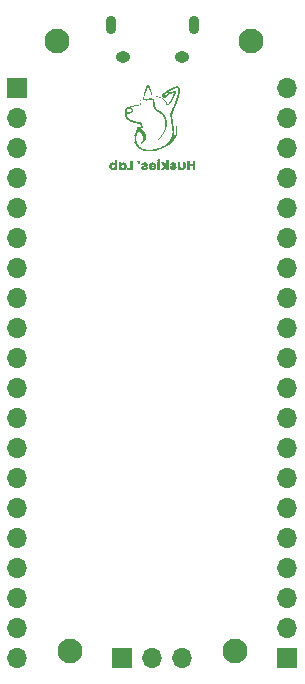
<source format=gbs>
%TF.GenerationSoftware,KiCad,Pcbnew,(6.0.8)*%
%TF.CreationDate,2023-06-24T18:13:04-06:00*%
%TF.ProjectId,RP2040_devBoard,52503230-3430-45f6-9465-76426f617264,rev?*%
%TF.SameCoordinates,Original*%
%TF.FileFunction,Soldermask,Bot*%
%TF.FilePolarity,Negative*%
%FSLAX46Y46*%
G04 Gerber Fmt 4.6, Leading zero omitted, Abs format (unit mm)*
G04 Created by KiCad (PCBNEW (6.0.8)) date 2023-06-24 18:13:04*
%MOMM*%
%LPD*%
G01*
G04 APERTURE LIST*
%ADD10O,0.890000X1.550000*%
%ADD11O,1.250000X0.950000*%
%ADD12C,2.100000*%
%ADD13R,1.700000X1.700000*%
%ADD14O,1.700000X1.700000*%
G04 APERTURE END LIST*
%TO.C,G\u002A\u002A\u002A*%
G36*
X68705607Y-47614875D02*
G01*
X68744325Y-47618576D01*
X68776747Y-47625660D01*
X68789153Y-47629866D01*
X68831406Y-47650288D01*
X68867646Y-47677971D01*
X68896887Y-47712207D01*
X68905405Y-47725189D01*
X68918401Y-47747624D01*
X68929699Y-47771362D01*
X68939562Y-47797474D01*
X68948254Y-47827034D01*
X68956038Y-47861115D01*
X68963179Y-47900789D01*
X68969939Y-47947129D01*
X68976582Y-48001208D01*
X68983373Y-48064098D01*
X68984620Y-48076138D01*
X68990955Y-48133760D01*
X68997090Y-48182958D01*
X69003238Y-48224956D01*
X69009612Y-48260979D01*
X69016424Y-48292252D01*
X69023888Y-48319999D01*
X69032215Y-48345446D01*
X69036769Y-48357947D01*
X69051433Y-48394330D01*
X69066908Y-48425512D01*
X69084378Y-48452785D01*
X69105029Y-48477446D01*
X69130046Y-48500789D01*
X69160614Y-48524110D01*
X69197920Y-48548703D01*
X69243148Y-48575862D01*
X69257568Y-48584281D01*
X69314391Y-48617866D01*
X69368727Y-48650625D01*
X69419542Y-48681906D01*
X69465801Y-48711062D01*
X69506471Y-48737442D01*
X69540517Y-48760396D01*
X69566906Y-48779275D01*
X69607683Y-48810982D01*
X69684123Y-48878132D01*
X69752201Y-48949402D01*
X69812684Y-49025716D01*
X69866340Y-49107996D01*
X69913935Y-49197168D01*
X69939747Y-49255111D01*
X69973769Y-49350872D01*
X69998943Y-49450094D01*
X70015346Y-49552341D01*
X70023054Y-49657181D01*
X70022145Y-49764177D01*
X70012695Y-49872897D01*
X69994781Y-49982906D01*
X69968479Y-50093770D01*
X69933868Y-50205054D01*
X69891022Y-50316324D01*
X69840020Y-50427147D01*
X69780938Y-50537087D01*
X69713853Y-50645710D01*
X69638842Y-50752582D01*
X69595228Y-50808906D01*
X69512791Y-50905761D01*
X69422536Y-51000896D01*
X69325772Y-51093028D01*
X69223811Y-51180870D01*
X69117963Y-51263138D01*
X69102462Y-51274542D01*
X69082550Y-51289157D01*
X69066578Y-51300839D01*
X69055887Y-51308607D01*
X69051817Y-51311482D01*
X69051935Y-51311334D01*
X69056523Y-51306615D01*
X69067201Y-51295819D01*
X69083218Y-51279697D01*
X69103828Y-51259001D01*
X69128282Y-51234483D01*
X69155832Y-51206893D01*
X69185729Y-51176983D01*
X69223617Y-51138775D01*
X69280863Y-51079473D01*
X69332263Y-51023917D01*
X69379042Y-50970656D01*
X69422423Y-50918238D01*
X69463630Y-50865210D01*
X69503888Y-50810121D01*
X69544420Y-50751519D01*
X69559523Y-50728835D01*
X69612871Y-50643500D01*
X69663074Y-50555086D01*
X69709214Y-50465442D01*
X69750373Y-50376419D01*
X69785634Y-50289866D01*
X69814081Y-50207634D01*
X69816942Y-50198357D01*
X69847478Y-50085756D01*
X69869844Y-49974886D01*
X69884083Y-49866188D01*
X69890238Y-49760105D01*
X69888351Y-49657080D01*
X69878464Y-49557555D01*
X69860620Y-49461972D01*
X69834862Y-49370775D01*
X69801231Y-49284405D01*
X69759771Y-49203305D01*
X69710523Y-49127918D01*
X69694637Y-49106892D01*
X69659047Y-49063856D01*
X69619795Y-49021788D01*
X69576183Y-48980130D01*
X69527511Y-48938323D01*
X69473081Y-48895811D01*
X69412193Y-48852034D01*
X69344147Y-48806435D01*
X69268245Y-48758456D01*
X69183788Y-48707539D01*
X69182574Y-48706822D01*
X69147215Y-48685820D01*
X69119017Y-48668736D01*
X69096602Y-48654598D01*
X69078592Y-48642431D01*
X69063608Y-48631263D01*
X69050271Y-48620120D01*
X69037204Y-48608030D01*
X69023028Y-48594017D01*
X68996279Y-48564938D01*
X68969510Y-48530082D01*
X68946095Y-48492239D01*
X68925755Y-48450553D01*
X68908211Y-48404169D01*
X68893184Y-48352232D01*
X68880394Y-48293888D01*
X68869564Y-48228279D01*
X68860413Y-48154552D01*
X68852663Y-48071852D01*
X68849738Y-48036339D01*
X68845159Y-47982830D01*
X68840972Y-47937766D01*
X68836996Y-47900246D01*
X68833052Y-47869372D01*
X68828961Y-47844243D01*
X68824544Y-47823959D01*
X68819621Y-47807621D01*
X68814014Y-47794330D01*
X68807543Y-47783184D01*
X68800029Y-47773284D01*
X68791292Y-47763732D01*
X68785886Y-47758398D01*
X68761867Y-47740008D01*
X68734439Y-47727715D01*
X68701748Y-47720873D01*
X68661938Y-47718839D01*
X68631914Y-47720236D01*
X68587088Y-47726589D01*
X68538088Y-47738272D01*
X68484244Y-47755506D01*
X68424890Y-47778513D01*
X68359356Y-47807511D01*
X68286976Y-47842724D01*
X68282086Y-47845191D01*
X68255869Y-47858354D01*
X68233171Y-47869640D01*
X68215318Y-47878398D01*
X68203634Y-47883978D01*
X68199445Y-47885729D01*
X68200370Y-47884008D01*
X68205615Y-47875300D01*
X68214714Y-47860545D01*
X68226773Y-47841186D01*
X68240901Y-47818669D01*
X68249483Y-47804879D01*
X68262230Y-47783740D01*
X68272169Y-47766404D01*
X68278450Y-47754377D01*
X68280221Y-47749162D01*
X68280004Y-47748898D01*
X68273524Y-47745513D01*
X68260397Y-47740525D01*
X68243169Y-47734913D01*
X68227660Y-47730572D01*
X68212407Y-47727575D01*
X68196018Y-47726141D01*
X68175585Y-47726029D01*
X68148201Y-47726996D01*
X68116577Y-47729373D01*
X68055263Y-47740171D01*
X67999600Y-47758830D01*
X67949816Y-47785261D01*
X67906138Y-47819378D01*
X67886897Y-47839938D01*
X67860901Y-47877895D01*
X67840964Y-47920599D01*
X67828191Y-47965493D01*
X67823687Y-48010021D01*
X67824238Y-48019805D01*
X67826829Y-48039993D01*
X67830915Y-48063318D01*
X67835798Y-48085935D01*
X67840778Y-48104004D01*
X67841464Y-48106124D01*
X67842299Y-48110451D01*
X67839009Y-48106182D01*
X67838180Y-48104727D01*
X67833658Y-48094457D01*
X67827497Y-48078347D01*
X67820781Y-48059191D01*
X67820519Y-48058409D01*
X67812712Y-48031319D01*
X67808720Y-48006213D01*
X67807605Y-47977247D01*
X67810392Y-47934264D01*
X67820090Y-47891825D01*
X67837408Y-47852109D01*
X67863038Y-47813558D01*
X67897674Y-47774614D01*
X67911237Y-47761195D01*
X67929714Y-47744402D01*
X67947103Y-47731277D01*
X67966687Y-47719446D01*
X67991745Y-47706535D01*
X67999611Y-47702700D01*
X68037957Y-47685692D01*
X68073162Y-47673638D01*
X68108435Y-47665789D01*
X68146986Y-47661395D01*
X68192026Y-47659703D01*
X68212524Y-47659656D01*
X68248799Y-47661048D01*
X68277799Y-47664777D01*
X68301188Y-47671233D01*
X68320627Y-47680807D01*
X68337780Y-47693888D01*
X68356991Y-47711244D01*
X68395696Y-47691837D01*
X68433956Y-47674121D01*
X68481474Y-47655068D01*
X68529701Y-47638407D01*
X68574225Y-47625772D01*
X68581687Y-47624048D01*
X68621288Y-47617612D01*
X68663595Y-47614554D01*
X68705607Y-47614875D01*
G37*
G36*
X68255766Y-50782964D02*
G01*
X68260801Y-50855726D01*
X68256178Y-50927604D01*
X68241927Y-50998167D01*
X68218075Y-51066984D01*
X68184653Y-51133622D01*
X68175109Y-51149620D01*
X68162342Y-51169724D01*
X68148936Y-51189013D01*
X68134248Y-51208124D01*
X68117636Y-51227695D01*
X68098458Y-51248365D01*
X68076070Y-51270770D01*
X68049829Y-51295549D01*
X68019094Y-51323341D01*
X67983222Y-51354782D01*
X67941570Y-51390511D01*
X67893495Y-51431166D01*
X67838355Y-51477384D01*
X67806714Y-51503865D01*
X67775252Y-51530275D01*
X67746347Y-51554617D01*
X67721007Y-51576038D01*
X67700242Y-51593685D01*
X67685059Y-51606705D01*
X67676469Y-51614245D01*
X67667383Y-51622336D01*
X67657932Y-51630237D01*
X67653419Y-51633293D01*
X67653486Y-51632955D01*
X67657072Y-51626850D01*
X67665354Y-51613863D01*
X67677666Y-51595006D01*
X67693345Y-51571292D01*
X67711726Y-51543733D01*
X67732143Y-51513342D01*
X67756769Y-51476812D01*
X67796164Y-51418360D01*
X67830603Y-51367213D01*
X67860448Y-51322799D01*
X67886063Y-51284541D01*
X67907810Y-51251867D01*
X67926055Y-51224200D01*
X67941159Y-51200967D01*
X67953486Y-51181594D01*
X67963400Y-51165505D01*
X67971264Y-51152127D01*
X67977441Y-51140885D01*
X67982295Y-51131203D01*
X67986189Y-51122509D01*
X67989486Y-51114228D01*
X67992550Y-51105784D01*
X67995745Y-51096603D01*
X68009000Y-51046395D01*
X68015279Y-50988379D01*
X68012777Y-50929523D01*
X68001443Y-50871873D01*
X68001300Y-50871362D01*
X67980073Y-50812326D01*
X67949487Y-50752277D01*
X67909958Y-50691696D01*
X67885878Y-50661316D01*
X68065891Y-50661316D01*
X68068364Y-50663789D01*
X68070838Y-50661316D01*
X68068364Y-50658843D01*
X68065891Y-50661316D01*
X67885878Y-50661316D01*
X67861902Y-50631067D01*
X67805736Y-50570873D01*
X67741876Y-50511595D01*
X67670737Y-50453717D01*
X67592736Y-50397722D01*
X67562289Y-50377162D01*
X67541700Y-50435149D01*
X67529941Y-50469271D01*
X67500960Y-50562632D01*
X67475176Y-50659327D01*
X67453535Y-50755631D01*
X67436981Y-50847818D01*
X67436325Y-50852198D01*
X67431650Y-50892224D01*
X67428195Y-50938292D01*
X67425978Y-50988141D01*
X67425016Y-51039506D01*
X67425327Y-51090124D01*
X67426929Y-51137731D01*
X67429841Y-51180064D01*
X67434079Y-51214860D01*
X67445498Y-51275854D01*
X67464104Y-51348304D01*
X67487679Y-51414387D01*
X67517024Y-51475725D01*
X67552939Y-51533940D01*
X67596224Y-51590652D01*
X67647681Y-51647482D01*
X67655320Y-51655295D01*
X67722647Y-51719715D01*
X67789825Y-51775571D01*
X67857977Y-51823379D01*
X67928229Y-51863655D01*
X68001703Y-51896915D01*
X68079525Y-51923677D01*
X68162817Y-51944454D01*
X68252705Y-51959765D01*
X68350312Y-51970124D01*
X68365951Y-51971208D01*
X68410490Y-51973122D01*
X68461663Y-51973993D01*
X68517195Y-51973873D01*
X68574813Y-51972814D01*
X68632242Y-51970869D01*
X68687208Y-51968091D01*
X68737436Y-51964530D01*
X68780653Y-51960240D01*
X68869317Y-51947945D01*
X69003183Y-51922786D01*
X69134995Y-51890165D01*
X69264153Y-51850414D01*
X69390056Y-51803865D01*
X69512103Y-51750849D01*
X69629695Y-51691697D01*
X69742231Y-51626743D01*
X69849110Y-51556315D01*
X69949732Y-51480748D01*
X70043496Y-51400371D01*
X70129802Y-51315517D01*
X70208050Y-51226517D01*
X70277638Y-51133702D01*
X70307835Y-51087574D01*
X70347260Y-51019758D01*
X70385574Y-50944559D01*
X70396601Y-50921006D01*
X70431900Y-50835213D01*
X70458589Y-50750702D01*
X70477110Y-50665558D01*
X70487904Y-50577868D01*
X70491413Y-50485717D01*
X70491398Y-50477053D01*
X70491141Y-50453590D01*
X70490478Y-50430835D01*
X70489291Y-50407741D01*
X70487466Y-50383260D01*
X70484887Y-50356344D01*
X70481437Y-50325947D01*
X70477000Y-50291019D01*
X70471461Y-50250513D01*
X70464704Y-50203383D01*
X70456613Y-50148579D01*
X70447071Y-50085055D01*
X70442062Y-50051723D01*
X70435175Y-50005516D01*
X70427504Y-49953733D01*
X70419383Y-49898648D01*
X70411150Y-49842537D01*
X70403137Y-49787673D01*
X70395681Y-49736331D01*
X70395019Y-49731752D01*
X70386075Y-49669987D01*
X70377927Y-49613794D01*
X70370326Y-49561466D01*
X70363022Y-49511298D01*
X70355766Y-49461583D01*
X70348309Y-49410614D01*
X70340400Y-49356685D01*
X70331792Y-49298088D01*
X70322234Y-49233119D01*
X70311478Y-49160070D01*
X70306882Y-49128811D01*
X70301109Y-49089368D01*
X70295833Y-49053131D01*
X70291244Y-49021416D01*
X70287533Y-48995538D01*
X70284891Y-48976815D01*
X70283506Y-48966561D01*
X70282904Y-48959669D01*
X70283186Y-48951865D01*
X70284922Y-48942756D01*
X70288571Y-48931067D01*
X70294590Y-48915523D01*
X70303437Y-48894848D01*
X70315569Y-48867768D01*
X70331445Y-48833007D01*
X70348013Y-48796776D01*
X70412706Y-48653148D01*
X70474695Y-48512051D01*
X70533822Y-48373916D01*
X70589929Y-48239176D01*
X70642857Y-48108265D01*
X70692449Y-47981613D01*
X70738547Y-47859654D01*
X70780993Y-47742821D01*
X70819629Y-47631545D01*
X70854297Y-47526259D01*
X70884839Y-47427396D01*
X70911097Y-47335389D01*
X70932913Y-47250669D01*
X70950130Y-47173669D01*
X70962588Y-47104822D01*
X70962656Y-47104384D01*
X70966494Y-47072850D01*
X70969243Y-47036555D01*
X70970901Y-46997586D01*
X70971467Y-46958026D01*
X70970938Y-46919960D01*
X70969314Y-46885472D01*
X70966594Y-46856647D01*
X70962775Y-46835569D01*
X70955269Y-46811530D01*
X70940513Y-46780900D01*
X70921820Y-46759093D01*
X70898746Y-46745895D01*
X70870848Y-46741088D01*
X70837682Y-46744457D01*
X70798803Y-46755785D01*
X70792882Y-46757938D01*
X70771106Y-46765846D01*
X70743946Y-46775699D01*
X70714293Y-46786450D01*
X70685034Y-46797050D01*
X70671977Y-46801816D01*
X70549284Y-46850448D01*
X70431040Y-46904609D01*
X70316308Y-46964889D01*
X70204151Y-47031879D01*
X70093631Y-47106169D01*
X69983811Y-47188352D01*
X69873754Y-47279018D01*
X69762522Y-47378758D01*
X69725424Y-47413322D01*
X69737638Y-47422108D01*
X69746268Y-47428599D01*
X69760417Y-47439672D01*
X69775849Y-47452069D01*
X69801846Y-47473244D01*
X69819792Y-47444846D01*
X69843395Y-47411944D01*
X69867478Y-47387266D01*
X69891165Y-47371914D01*
X69901631Y-47365497D01*
X69918166Y-47351012D01*
X69935336Y-47331820D01*
X69942191Y-47323491D01*
X69983274Y-47280971D01*
X70032667Y-47240948D01*
X70090736Y-47203178D01*
X70157848Y-47167418D01*
X70234368Y-47133426D01*
X70343234Y-47091551D01*
X70458161Y-47053088D01*
X70569103Y-47022061D01*
X70675141Y-46998749D01*
X70698126Y-46994452D01*
X70741544Y-46986421D01*
X70776026Y-46980186D01*
X70802100Y-46975655D01*
X70820291Y-46972741D01*
X70831126Y-46971351D01*
X70835132Y-46971398D01*
X70835225Y-46972248D01*
X70833108Y-46980441D01*
X70827785Y-46996311D01*
X70819683Y-47018773D01*
X70809229Y-47046741D01*
X70796849Y-47079128D01*
X70782971Y-47114849D01*
X70768021Y-47152816D01*
X70752426Y-47191944D01*
X70736612Y-47231147D01*
X70721006Y-47269339D01*
X70706036Y-47305433D01*
X70692127Y-47338343D01*
X70679707Y-47366983D01*
X70655132Y-47421863D01*
X70598329Y-47542311D01*
X70541865Y-47653005D01*
X70485670Y-47754036D01*
X70429678Y-47845496D01*
X70373821Y-47927475D01*
X70318030Y-48000063D01*
X70262238Y-48063352D01*
X70206377Y-48117432D01*
X70150378Y-48162394D01*
X70094175Y-48198329D01*
X70037698Y-48225328D01*
X70030814Y-48227984D01*
X70013758Y-48233764D01*
X70001109Y-48236885D01*
X69995206Y-48236722D01*
X69994505Y-48235372D01*
X69992003Y-48225942D01*
X69989067Y-48210156D01*
X69986197Y-48190566D01*
X69984254Y-48176984D01*
X69968567Y-48107257D01*
X69943570Y-48037514D01*
X69909708Y-47968572D01*
X69867425Y-47901247D01*
X69817167Y-47836354D01*
X69759380Y-47774712D01*
X69724662Y-47742350D01*
X69659796Y-47689106D01*
X69591187Y-47641977D01*
X69518061Y-47600627D01*
X69439647Y-47564719D01*
X69355172Y-47533916D01*
X69263863Y-47507882D01*
X69164948Y-47486279D01*
X69057654Y-47468772D01*
X69023443Y-47464270D01*
X68978650Y-47458868D01*
X68927276Y-47453056D01*
X68871027Y-47447001D01*
X68811606Y-47440874D01*
X68750715Y-47434841D01*
X68690060Y-47429073D01*
X68631344Y-47423737D01*
X68576270Y-47419001D01*
X68526543Y-47415036D01*
X68483866Y-47412008D01*
X68482569Y-47411916D01*
X68481173Y-47411513D01*
X68488577Y-47411274D01*
X68503857Y-47411198D01*
X68526092Y-47411285D01*
X68554361Y-47411537D01*
X68587741Y-47411954D01*
X68621217Y-47412510D01*
X68656451Y-47413286D01*
X68688297Y-47414181D01*
X68715129Y-47415143D01*
X68735321Y-47416120D01*
X68747246Y-47417060D01*
X68773197Y-47420295D01*
X68734080Y-47339228D01*
X68732657Y-47336271D01*
X68718006Y-47305195D01*
X68701027Y-47268263D01*
X68683050Y-47228423D01*
X68665408Y-47188624D01*
X68649431Y-47151813D01*
X68636392Y-47121445D01*
X68604929Y-47049022D01*
X68576367Y-46984670D01*
X68550294Y-46927528D01*
X68526300Y-46876734D01*
X68503972Y-46831429D01*
X68482900Y-46790752D01*
X68462671Y-46753843D01*
X68442875Y-46719841D01*
X68410175Y-46665384D01*
X68397113Y-46694665D01*
X68392357Y-46705596D01*
X68385509Y-46721881D01*
X68376684Y-46743311D01*
X68365678Y-46770395D01*
X68352288Y-46803641D01*
X68336309Y-46843558D01*
X68317537Y-46890652D01*
X68295769Y-46945434D01*
X68270800Y-47008410D01*
X68242427Y-47080089D01*
X68232299Y-47105611D01*
X68214557Y-47149994D01*
X68196587Y-47194582D01*
X68179154Y-47237490D01*
X68163027Y-47276835D01*
X68148970Y-47310735D01*
X68137752Y-47337305D01*
X68126483Y-47363165D01*
X68113293Y-47392697D01*
X68098880Y-47424395D01*
X68083834Y-47457019D01*
X68068742Y-47489324D01*
X68054192Y-47520068D01*
X68040773Y-47548009D01*
X68029072Y-47571904D01*
X68019678Y-47590510D01*
X68013179Y-47602585D01*
X68010162Y-47606886D01*
X68009470Y-47603289D01*
X68010482Y-47591042D01*
X68013215Y-47571144D01*
X68017461Y-47544669D01*
X68023013Y-47512689D01*
X68029665Y-47476279D01*
X68037208Y-47436512D01*
X68045435Y-47394460D01*
X68054140Y-47351197D01*
X68063115Y-47307797D01*
X68072152Y-47265332D01*
X68081044Y-47224877D01*
X68089585Y-47187504D01*
X68097566Y-47154286D01*
X68112773Y-47095261D01*
X68129613Y-47034018D01*
X68147682Y-46971789D01*
X68166620Y-46909634D01*
X68186067Y-46848611D01*
X68205660Y-46789780D01*
X68225041Y-46734198D01*
X68243847Y-46682925D01*
X68261719Y-46637020D01*
X68278295Y-46597542D01*
X68293215Y-46565548D01*
X68306118Y-46542099D01*
X68317562Y-46526100D01*
X68341126Y-46503819D01*
X68367701Y-46490359D01*
X68396452Y-46486073D01*
X68426540Y-46491316D01*
X68428915Y-46492138D01*
X68457720Y-46507369D01*
X68486588Y-46532140D01*
X68515380Y-46566128D01*
X68543955Y-46609009D01*
X68572173Y-46660461D01*
X68599894Y-46720160D01*
X68626978Y-46787783D01*
X68653286Y-46863005D01*
X68678676Y-46945505D01*
X68703009Y-47034957D01*
X68726145Y-47131040D01*
X68747944Y-47233429D01*
X68754440Y-47266584D01*
X68760723Y-47299888D01*
X68766306Y-47330682D01*
X68770755Y-47356573D01*
X68773637Y-47375169D01*
X68779547Y-47417981D01*
X68846877Y-47420797D01*
X68886458Y-47422528D01*
X68962741Y-47426419D01*
X69030868Y-47430798D01*
X69092009Y-47435835D01*
X69147339Y-47441699D01*
X69198031Y-47448557D01*
X69245256Y-47456579D01*
X69290190Y-47465934D01*
X69334004Y-47476791D01*
X69377872Y-47489317D01*
X69422966Y-47503683D01*
X69436954Y-47508426D01*
X69532851Y-47546012D01*
X69622726Y-47590309D01*
X69706141Y-47640996D01*
X69782654Y-47697750D01*
X69851826Y-47760250D01*
X69913217Y-47828174D01*
X69966386Y-47901199D01*
X69980394Y-47923439D01*
X70009427Y-47974080D01*
X70033726Y-48023133D01*
X70051996Y-48068070D01*
X70065487Y-48106333D01*
X70085894Y-48090493D01*
X70111770Y-48068680D01*
X70152349Y-48028199D01*
X70194375Y-47979240D01*
X70237396Y-47922504D01*
X70280964Y-47858695D01*
X70324627Y-47788514D01*
X70367936Y-47712663D01*
X70410440Y-47631846D01*
X70451689Y-47546763D01*
X70491233Y-47458119D01*
X70495390Y-47448294D01*
X70505457Y-47423960D01*
X70517037Y-47395408D01*
X70529610Y-47363978D01*
X70542655Y-47331009D01*
X70555650Y-47297839D01*
X70568076Y-47265810D01*
X70579410Y-47236260D01*
X70589132Y-47210529D01*
X70596721Y-47189956D01*
X70601657Y-47175881D01*
X70603418Y-47169643D01*
X70600352Y-47169583D01*
X70589343Y-47171735D01*
X70571926Y-47175905D01*
X70549784Y-47181641D01*
X70524598Y-47188496D01*
X70498052Y-47196018D01*
X70471827Y-47203760D01*
X70447605Y-47211271D01*
X70433398Y-47215932D01*
X70399111Y-47227885D01*
X70361424Y-47241795D01*
X70322468Y-47256814D01*
X70284374Y-47272095D01*
X70249272Y-47286792D01*
X70219295Y-47300057D01*
X70196573Y-47311043D01*
X70180288Y-47319747D01*
X70136656Y-47346197D01*
X70099162Y-47374696D01*
X70065025Y-47407535D01*
X70031462Y-47447003D01*
X70015950Y-47465987D01*
X70002292Y-47480354D01*
X69990261Y-47489696D01*
X69977940Y-47495759D01*
X69975249Y-47496824D01*
X69961804Y-47504105D01*
X69950639Y-47514998D01*
X69938770Y-47532286D01*
X69931313Y-47543752D01*
X69904206Y-47576351D01*
X69872703Y-47600947D01*
X69835366Y-47618741D01*
X69811667Y-47626362D01*
X69787936Y-47630359D01*
X69767694Y-47628106D01*
X69748365Y-47619238D01*
X69727371Y-47603387D01*
X69724927Y-47601301D01*
X69709640Y-47588497D01*
X69689465Y-47571864D01*
X69666740Y-47553324D01*
X69643807Y-47534797D01*
X69641415Y-47532869D01*
X69616930Y-47512512D01*
X69591836Y-47490700D01*
X69568950Y-47469926D01*
X69551091Y-47452687D01*
X69515258Y-47416274D01*
X69593135Y-47339322D01*
X69635014Y-47298524D01*
X69749884Y-47192707D01*
X69865149Y-47095598D01*
X69981870Y-47006371D01*
X70101110Y-46924200D01*
X70223931Y-46848256D01*
X70303166Y-46803710D01*
X70381238Y-46763703D01*
X70460798Y-46727030D01*
X70544643Y-46692402D01*
X70635570Y-46658530D01*
X70644716Y-46655277D01*
X70687849Y-46639935D01*
X70723000Y-46627502D01*
X70751308Y-46617669D01*
X70773912Y-46610130D01*
X70791949Y-46604578D01*
X70806560Y-46600704D01*
X70818882Y-46598201D01*
X70830053Y-46596763D01*
X70841213Y-46596081D01*
X70853500Y-46595847D01*
X70868053Y-46595756D01*
X70896973Y-46596235D01*
X70927031Y-46599329D01*
X70952502Y-46605938D01*
X70976222Y-46616855D01*
X71001027Y-46632869D01*
X71023239Y-46651619D01*
X71051778Y-46685611D01*
X71076272Y-46727358D01*
X71096189Y-46775904D01*
X71110995Y-46830294D01*
X71115279Y-46857511D01*
X71118414Y-46893942D01*
X71120015Y-46935305D01*
X71120082Y-46979090D01*
X71118614Y-47022787D01*
X71115609Y-47063886D01*
X71111068Y-47099875D01*
X71102965Y-47146318D01*
X71092676Y-47199823D01*
X71081202Y-47255291D01*
X71069335Y-47308897D01*
X71057866Y-47356816D01*
X71041721Y-47417604D01*
X71018664Y-47496628D01*
X70991461Y-47583129D01*
X70960373Y-47676423D01*
X70925662Y-47775826D01*
X70887589Y-47880655D01*
X70846417Y-47990225D01*
X70802406Y-48103851D01*
X70755818Y-48220852D01*
X70706916Y-48340541D01*
X70655959Y-48462236D01*
X70603211Y-48585253D01*
X70548933Y-48708907D01*
X70493387Y-48832515D01*
X70432026Y-48967453D01*
X70445795Y-49062525D01*
X70446212Y-49065404D01*
X70450240Y-49093138D01*
X70455418Y-49128696D01*
X70461491Y-49170336D01*
X70468206Y-49216316D01*
X70475307Y-49264894D01*
X70482541Y-49314327D01*
X70489652Y-49362874D01*
X70494682Y-49397218D01*
X70503471Y-49457351D01*
X70512968Y-49522444D01*
X70522744Y-49589548D01*
X70532368Y-49655714D01*
X70541412Y-49717990D01*
X70549446Y-49773429D01*
X70550557Y-49781101D01*
X70557602Y-49829387D01*
X70564757Y-49877890D01*
X70571772Y-49924943D01*
X70578395Y-49968875D01*
X70584375Y-50008020D01*
X70589461Y-50040707D01*
X70593400Y-50065270D01*
X70601951Y-50118062D01*
X70610990Y-50176791D01*
X70618313Y-50228776D01*
X70624082Y-50275651D01*
X70628458Y-50319053D01*
X70631600Y-50360619D01*
X70633671Y-50401986D01*
X70634831Y-50444788D01*
X70635240Y-50490664D01*
X70635252Y-50514358D01*
X70634981Y-50555688D01*
X70634120Y-50590255D01*
X70632431Y-50620147D01*
X70629678Y-50647455D01*
X70625623Y-50674266D01*
X70620031Y-50702669D01*
X70612665Y-50734755D01*
X70603287Y-50772611D01*
X70581923Y-50848305D01*
X70547272Y-50945176D01*
X70504318Y-51040898D01*
X70503983Y-51041579D01*
X70495108Y-51060176D01*
X70489169Y-51073817D01*
X70486684Y-51081214D01*
X70488168Y-51081081D01*
X70506067Y-51059585D01*
X70549757Y-51004633D01*
X70588009Y-50952303D01*
X70622583Y-50900114D01*
X70655240Y-50845584D01*
X70669322Y-50820247D01*
X70717578Y-50720655D01*
X70756955Y-50616973D01*
X70787401Y-50509519D01*
X70808864Y-50398609D01*
X70821294Y-50284561D01*
X70824638Y-50167694D01*
X70818846Y-50048324D01*
X70803866Y-49926769D01*
X70801745Y-49913471D01*
X70797391Y-49885970D01*
X70793546Y-49861431D01*
X70790564Y-49842123D01*
X70788801Y-49830313D01*
X70785992Y-49810528D01*
X70793096Y-49827840D01*
X70804186Y-49855828D01*
X70827220Y-49920170D01*
X70848497Y-49987865D01*
X70867179Y-50055958D01*
X70882426Y-50121492D01*
X70893401Y-50181511D01*
X70897169Y-50212854D01*
X70900281Y-50254988D01*
X70902192Y-50302007D01*
X70902900Y-50351459D01*
X70902403Y-50400894D01*
X70900700Y-50447862D01*
X70897789Y-50489913D01*
X70893667Y-50524596D01*
X70886607Y-50564329D01*
X70875485Y-50615885D01*
X70862362Y-50668053D01*
X70848127Y-50717337D01*
X70833669Y-50760245D01*
X70811691Y-50815672D01*
X70762820Y-50918728D01*
X70704605Y-51019109D01*
X70637215Y-51116630D01*
X70560817Y-51211104D01*
X70475581Y-51302342D01*
X70381674Y-51390160D01*
X70279265Y-51474371D01*
X70168520Y-51554786D01*
X70049609Y-51631220D01*
X70043714Y-51634768D01*
X70020380Y-51648469D01*
X69993539Y-51663718D01*
X69962520Y-51680869D01*
X69926656Y-51700280D01*
X69885276Y-51722308D01*
X69837712Y-51747310D01*
X69783296Y-51775642D01*
X69721357Y-51807662D01*
X69651227Y-51843726D01*
X69648736Y-51845003D01*
X69521874Y-51905231D01*
X69389578Y-51959117D01*
X69253418Y-52006209D01*
X69114962Y-52046053D01*
X68975779Y-52078197D01*
X68837439Y-52102189D01*
X68701509Y-52117576D01*
X68700998Y-52117618D01*
X68671743Y-52119392D01*
X68634953Y-52120731D01*
X68592806Y-52121632D01*
X68547480Y-52122095D01*
X68501150Y-52122117D01*
X68455994Y-52121699D01*
X68414190Y-52120838D01*
X68377915Y-52119533D01*
X68349345Y-52117783D01*
X68326215Y-52115726D01*
X68277371Y-52110492D01*
X68227840Y-52104119D01*
X68179735Y-52096934D01*
X68135171Y-52089266D01*
X68096260Y-52081441D01*
X68065116Y-52073785D01*
X68063237Y-52073256D01*
X67969229Y-52041626D01*
X67877370Y-52000828D01*
X67788515Y-51951488D01*
X67703518Y-51894236D01*
X67623232Y-51829700D01*
X67548513Y-51758507D01*
X67480215Y-51681287D01*
X67419190Y-51598668D01*
X67403512Y-51574018D01*
X67368340Y-51507732D01*
X67338232Y-51434134D01*
X67313591Y-51354290D01*
X67294818Y-51269266D01*
X67290463Y-51243421D01*
X67279260Y-51146927D01*
X67275525Y-51047126D01*
X67279310Y-50943687D01*
X67290671Y-50836277D01*
X67309660Y-50724565D01*
X67336332Y-50608219D01*
X67370738Y-50486909D01*
X67412934Y-50360302D01*
X67462973Y-50228066D01*
X67474095Y-50201196D01*
X67483620Y-50180697D01*
X67490567Y-50169120D01*
X67495084Y-50166182D01*
X67504933Y-50170816D01*
X67523254Y-50181018D01*
X67547269Y-50195410D01*
X67575680Y-50213138D01*
X67607189Y-50233350D01*
X67640496Y-50255193D01*
X67674303Y-50277813D01*
X67707312Y-50300357D01*
X67738222Y-50321971D01*
X67765737Y-50341803D01*
X67788557Y-50358999D01*
X67813160Y-50378759D01*
X67853940Y-50413965D01*
X67894559Y-50451796D01*
X67933694Y-50490866D01*
X67970023Y-50529790D01*
X68002224Y-50567183D01*
X68028976Y-50601659D01*
X68048954Y-50631833D01*
X68055433Y-50642506D01*
X68061816Y-50651625D01*
X68064402Y-50653267D01*
X68063425Y-50648324D01*
X68059116Y-50637689D01*
X68051706Y-50622253D01*
X68041430Y-50602910D01*
X68040377Y-50601016D01*
X68010638Y-50552247D01*
X67976279Y-50504799D01*
X67935857Y-50456826D01*
X67887930Y-50406481D01*
X67886850Y-50405403D01*
X67854644Y-50374175D01*
X67820903Y-50343364D01*
X67784751Y-50312293D01*
X67745311Y-50280288D01*
X67701708Y-50246672D01*
X67653067Y-50210769D01*
X67598510Y-50171903D01*
X67537163Y-50129400D01*
X67468150Y-50082582D01*
X67372558Y-50018278D01*
X67598354Y-50016992D01*
X67649918Y-50016681D01*
X67694316Y-50016353D01*
X67730450Y-50015984D01*
X67759148Y-50015535D01*
X67781238Y-50014971D01*
X67797549Y-50014254D01*
X67808910Y-50013348D01*
X67816147Y-50012216D01*
X67820089Y-50010822D01*
X67821565Y-50009128D01*
X67821403Y-50007099D01*
X67820793Y-50005341D01*
X67816988Y-49995089D01*
X67810385Y-49977669D01*
X67801544Y-49954549D01*
X67791027Y-49927200D01*
X67779395Y-49897090D01*
X67773095Y-49880850D01*
X67761523Y-49851398D01*
X67752568Y-49829497D01*
X67745632Y-49813971D01*
X67740121Y-49803645D01*
X67735438Y-49797345D01*
X67730989Y-49793896D01*
X67726178Y-49792124D01*
X67721820Y-49791130D01*
X67707864Y-49788219D01*
X67686696Y-49783958D01*
X67659862Y-49778655D01*
X67628909Y-49772617D01*
X67595384Y-49766151D01*
X67513392Y-49749582D01*
X67416736Y-49727907D01*
X67322183Y-49704432D01*
X67230845Y-49679493D01*
X67143833Y-49653426D01*
X67062256Y-49626565D01*
X66987225Y-49599245D01*
X66919851Y-49571802D01*
X66861244Y-49544571D01*
X66854026Y-49540914D01*
X66780837Y-49499161D01*
X66716105Y-49452869D01*
X66659242Y-49401364D01*
X66609659Y-49343973D01*
X66566768Y-49280024D01*
X66529981Y-49208841D01*
X66498709Y-49129753D01*
X66486418Y-49092293D01*
X66462655Y-49004204D01*
X66447148Y-48919406D01*
X66439919Y-48838295D01*
X66440994Y-48761265D01*
X66450395Y-48688713D01*
X66453566Y-48676625D01*
X66606700Y-48676625D01*
X66608644Y-48691942D01*
X66614031Y-48710005D01*
X66615469Y-48714146D01*
X66624951Y-48739611D01*
X66634780Y-48763328D01*
X66644080Y-48783390D01*
X66651975Y-48797889D01*
X66657591Y-48804919D01*
X66664909Y-48806700D01*
X66679594Y-48807764D01*
X66698555Y-48807940D01*
X66718908Y-48807205D01*
X66737770Y-48805538D01*
X66760814Y-48802031D01*
X66808258Y-48791448D01*
X66855784Y-48776878D01*
X66900075Y-48759407D01*
X66937817Y-48740117D01*
X66956446Y-48728289D01*
X66979841Y-48711270D01*
X66999866Y-48694291D01*
X67014737Y-48678898D01*
X67022672Y-48666633D01*
X67024999Y-48651104D01*
X67019584Y-48630330D01*
X67005303Y-48606363D01*
X66982019Y-48578907D01*
X66960342Y-48557999D01*
X66926917Y-48532114D01*
X66893206Y-48512931D01*
X66861167Y-48501701D01*
X66847241Y-48499107D01*
X66834296Y-48498695D01*
X66819873Y-48501106D01*
X66800076Y-48506655D01*
X66788735Y-48510479D01*
X66765462Y-48519605D01*
X66739626Y-48530894D01*
X66715018Y-48542738D01*
X66703756Y-48548515D01*
X66685045Y-48558644D01*
X66671751Y-48567345D01*
X66661499Y-48576590D01*
X66651917Y-48588353D01*
X66640631Y-48604608D01*
X66627063Y-48625247D01*
X66615357Y-48645468D01*
X66608754Y-48661864D01*
X66606700Y-48676625D01*
X66453566Y-48676625D01*
X66468147Y-48621032D01*
X66472357Y-48607805D01*
X66478826Y-48585062D01*
X66483647Y-48565263D01*
X66494467Y-48529196D01*
X66515078Y-48489740D01*
X66544299Y-48453752D01*
X66582311Y-48421079D01*
X66629295Y-48391571D01*
X66685431Y-48365075D01*
X66750901Y-48341441D01*
X66754592Y-48340313D01*
X66774217Y-48334988D01*
X66800836Y-48328472D01*
X66832284Y-48321265D01*
X66866395Y-48313867D01*
X66901003Y-48306777D01*
X66936028Y-48299778D01*
X66981949Y-48290488D01*
X67029945Y-48280679D01*
X67076089Y-48271154D01*
X67116452Y-48262717D01*
X67161929Y-48253257D01*
X67212246Y-48243040D01*
X67263681Y-48232821D01*
X67314693Y-48222893D01*
X67363738Y-48213549D01*
X67409276Y-48205084D01*
X67449763Y-48197790D01*
X67483657Y-48191962D01*
X67509416Y-48187893D01*
X67515808Y-48187021D01*
X67541521Y-48184217D01*
X67572705Y-48181585D01*
X67605995Y-48179387D01*
X67638024Y-48177885D01*
X67639379Y-48177838D01*
X67672831Y-48176640D01*
X67697794Y-48175491D01*
X67715615Y-48174035D01*
X67727642Y-48171917D01*
X67735222Y-48168782D01*
X67739703Y-48164272D01*
X67742431Y-48158033D01*
X67744756Y-48149709D01*
X67746677Y-48140718D01*
X67748203Y-48116977D01*
X67745911Y-48087089D01*
X67739702Y-48050104D01*
X67729474Y-48005075D01*
X67727559Y-47997289D01*
X67720615Y-47966481D01*
X67716558Y-47941831D01*
X67715185Y-47920696D01*
X67716289Y-47900427D01*
X67719666Y-47878379D01*
X67729505Y-47844095D01*
X67749788Y-47804328D01*
X67778709Y-47766610D01*
X67815599Y-47731660D01*
X67859790Y-47700198D01*
X67910614Y-47672944D01*
X67928364Y-47665103D01*
X67976551Y-47646618D01*
X68028588Y-47630005D01*
X68081414Y-47616105D01*
X68131967Y-47605756D01*
X68177186Y-47599800D01*
X68180147Y-47599553D01*
X68191088Y-47598727D01*
X68196985Y-47598602D01*
X68197072Y-47599428D01*
X68190583Y-47601459D01*
X68176752Y-47604947D01*
X68154812Y-47610143D01*
X68123996Y-47617301D01*
X68099406Y-47623237D01*
X68038118Y-47640644D01*
X67982654Y-47660705D01*
X67930096Y-47684428D01*
X67923685Y-47687645D01*
X67890190Y-47705863D01*
X67862534Y-47724064D01*
X67837562Y-47744526D01*
X67812117Y-47769526D01*
X67789110Y-47796661D01*
X67770852Y-47827424D01*
X67759944Y-47860570D01*
X67755218Y-47898755D01*
X67754701Y-47913053D01*
X67754947Y-47928683D01*
X67756557Y-47943988D01*
X67759925Y-47961410D01*
X67765442Y-47983394D01*
X67773504Y-48012381D01*
X67784031Y-48052864D01*
X67791321Y-48091107D01*
X67794031Y-48123506D01*
X67792274Y-48151542D01*
X67786165Y-48176694D01*
X67785116Y-48179659D01*
X67775055Y-48199569D01*
X67760848Y-48213903D01*
X67741166Y-48223330D01*
X67714682Y-48228518D01*
X67680068Y-48230137D01*
X67657770Y-48230764D01*
X67620831Y-48233789D01*
X67577682Y-48239400D01*
X67527871Y-48247686D01*
X67470949Y-48258735D01*
X67406467Y-48272637D01*
X67333975Y-48289480D01*
X67253024Y-48309354D01*
X67163165Y-48332347D01*
X67134299Y-48339851D01*
X67097111Y-48349497D01*
X67063499Y-48358190D01*
X67034664Y-48365620D01*
X67011803Y-48371481D01*
X66996116Y-48375462D01*
X66988803Y-48377254D01*
X66981859Y-48379474D01*
X66977813Y-48382818D01*
X66980913Y-48386111D01*
X66990475Y-48393073D01*
X67004226Y-48401842D01*
X67036701Y-48423563D01*
X67082163Y-48463046D01*
X67119772Y-48508494D01*
X67149656Y-48560042D01*
X67150285Y-48561361D01*
X67158601Y-48579523D01*
X67163822Y-48593847D01*
X67166665Y-48607766D01*
X67167848Y-48624710D01*
X67168091Y-48648113D01*
X67168073Y-48651104D01*
X67167997Y-48663562D01*
X67167150Y-48683383D01*
X67164954Y-48698461D01*
X67160846Y-48712014D01*
X67154264Y-48727256D01*
X67153492Y-48728884D01*
X67132907Y-48761548D01*
X67103641Y-48793228D01*
X67066847Y-48823260D01*
X67023676Y-48850979D01*
X66975281Y-48875724D01*
X66922811Y-48896830D01*
X66867421Y-48913633D01*
X66810260Y-48925470D01*
X66807759Y-48925857D01*
X66776786Y-48929494D01*
X66743453Y-48931604D01*
X66709790Y-48932236D01*
X66677825Y-48931436D01*
X66649588Y-48929251D01*
X66627108Y-48925727D01*
X66612413Y-48920911D01*
X66609349Y-48919304D01*
X66599251Y-48914677D01*
X66594472Y-48913619D01*
X66594389Y-48915136D01*
X66595581Y-48924315D01*
X66598278Y-48939805D01*
X66602105Y-48959358D01*
X66610737Y-48996689D01*
X66629126Y-49058135D01*
X66651961Y-49117791D01*
X66678516Y-49174308D01*
X66708067Y-49226334D01*
X66739889Y-49272520D01*
X66773258Y-49311514D01*
X66807448Y-49341966D01*
X66824384Y-49354051D01*
X66872268Y-49383548D01*
X66929134Y-49413039D01*
X66994340Y-49442314D01*
X67067244Y-49471166D01*
X67147202Y-49499386D01*
X67233573Y-49526767D01*
X67325714Y-49553100D01*
X67422984Y-49578178D01*
X67524738Y-49601792D01*
X67630336Y-49623734D01*
X67739135Y-49643795D01*
X67845193Y-49662134D01*
X67856863Y-49691813D01*
X67859522Y-49698578D01*
X67873134Y-49733353D01*
X67888118Y-49771814D01*
X67904092Y-49812967D01*
X67920674Y-49855821D01*
X67937485Y-49899382D01*
X67954143Y-49942658D01*
X67970268Y-49984654D01*
X67985479Y-50024379D01*
X67999394Y-50060840D01*
X68011633Y-50093043D01*
X68021815Y-50119995D01*
X68029560Y-50140704D01*
X68034486Y-50154176D01*
X68036212Y-50159419D01*
X68032989Y-50160812D01*
X68020791Y-50162250D01*
X68000369Y-50163354D01*
X67972640Y-50164076D01*
X67938520Y-50164371D01*
X67840828Y-50164544D01*
X67865560Y-50184932D01*
X67867285Y-50186364D01*
X67887740Y-50204464D01*
X67912839Y-50228219D01*
X67941093Y-50256080D01*
X67971019Y-50286497D01*
X68001129Y-50317922D01*
X68029938Y-50348807D01*
X68055960Y-50377601D01*
X68077708Y-50402758D01*
X68093697Y-50422726D01*
X68126988Y-50470028D01*
X68162470Y-50527261D01*
X68193243Y-50584589D01*
X68217635Y-50639092D01*
X68224998Y-50661316D01*
X68241045Y-50709751D01*
X68255766Y-50782964D01*
G37*
G36*
X67472271Y-50129695D02*
G01*
X67473365Y-50134542D01*
X67470819Y-50143938D01*
X67464169Y-50159206D01*
X67452951Y-50181668D01*
X67423576Y-50242861D01*
X67388326Y-50328484D01*
X67356093Y-50420914D01*
X67327336Y-50518559D01*
X67302516Y-50619826D01*
X67282093Y-50723122D01*
X67266528Y-50826855D01*
X67265128Y-50838946D01*
X67261794Y-50876894D01*
X67259141Y-50920929D01*
X67257192Y-50969056D01*
X67255972Y-51019284D01*
X67255504Y-51069621D01*
X67255812Y-51118073D01*
X67256921Y-51162649D01*
X67258854Y-51201355D01*
X67261636Y-51232200D01*
X67268172Y-51279350D01*
X67285113Y-51367114D01*
X67307787Y-51448054D01*
X67336755Y-51523349D01*
X67372574Y-51594177D01*
X67415803Y-51661720D01*
X67467002Y-51727154D01*
X67526729Y-51791661D01*
X67534397Y-51799306D01*
X67584553Y-51846443D01*
X67635785Y-51889256D01*
X67690930Y-51929995D01*
X67752827Y-51970911D01*
X67757731Y-51974026D01*
X67777270Y-51986932D01*
X67792758Y-51997957D01*
X67802727Y-52006015D01*
X67805710Y-52010021D01*
X67803329Y-52012606D01*
X67798983Y-52013342D01*
X67791702Y-52011023D01*
X67780159Y-52005043D01*
X67763025Y-51994802D01*
X67738975Y-51979695D01*
X67717112Y-51965535D01*
X67637130Y-51908530D01*
X67563505Y-51847591D01*
X67497117Y-51783549D01*
X67438844Y-51717236D01*
X67389566Y-51649481D01*
X67362405Y-51604060D01*
X67331383Y-51542314D01*
X67303868Y-51476527D01*
X67281167Y-51409875D01*
X67264586Y-51345538D01*
X67260579Y-51325776D01*
X67252993Y-51282171D01*
X67247356Y-51238566D01*
X67243527Y-51192997D01*
X67241364Y-51143501D01*
X67240726Y-51088116D01*
X67241472Y-51024880D01*
X67245013Y-50929598D01*
X67252877Y-50828743D01*
X67265237Y-50732225D01*
X67282496Y-50637485D01*
X67305058Y-50541970D01*
X67333326Y-50443124D01*
X67337110Y-50431074D01*
X67349321Y-50394501D01*
X67362947Y-50356534D01*
X67377516Y-50318246D01*
X67392556Y-50280709D01*
X67407596Y-50244995D01*
X67422166Y-50212175D01*
X67435792Y-50183322D01*
X67448005Y-50159507D01*
X67458332Y-50141803D01*
X67466302Y-50131282D01*
X67471445Y-50129015D01*
X67472271Y-50129695D01*
G37*
G36*
X65600674Y-53694190D02*
G01*
X65600674Y-53659585D01*
X65600543Y-53651851D01*
X65598739Y-53632662D01*
X65595494Y-53624980D01*
X65593698Y-53625651D01*
X65582383Y-53634697D01*
X65566070Y-53650934D01*
X65560910Y-53656154D01*
X65542329Y-53670944D01*
X65527994Y-53676887D01*
X65521226Y-53678001D01*
X65514162Y-53685539D01*
X65514160Y-53685646D01*
X65506431Y-53691684D01*
X65488209Y-53694190D01*
X65487886Y-53694191D01*
X65469772Y-53696767D01*
X65462255Y-53702841D01*
X65456741Y-53706748D01*
X65437996Y-53710179D01*
X65410347Y-53711492D01*
X65386906Y-53710573D01*
X65366320Y-53707449D01*
X65358440Y-53702841D01*
X65358438Y-53702734D01*
X65350709Y-53696696D01*
X65332486Y-53694190D01*
X65332164Y-53694189D01*
X65314050Y-53691613D01*
X65306533Y-53685539D01*
X65305695Y-53682246D01*
X65295466Y-53676887D01*
X65285673Y-53672986D01*
X65271928Y-53659585D01*
X65261453Y-53648691D01*
X65247772Y-53642283D01*
X65234251Y-53637869D01*
X65218379Y-53623298D01*
X65211369Y-53605880D01*
X65207484Y-53595723D01*
X65194067Y-53581724D01*
X65183153Y-53571363D01*
X65176764Y-53558186D01*
X65176109Y-53553974D01*
X65168113Y-53547119D01*
X65168006Y-53547117D01*
X65161968Y-53539388D01*
X65159462Y-53521165D01*
X65159461Y-53520843D01*
X65156885Y-53502729D01*
X65150811Y-53495212D01*
X65147525Y-53488794D01*
X65144636Y-53466788D01*
X65142801Y-53430844D01*
X65142159Y-53382746D01*
X65142259Y-53374095D01*
X65358440Y-53374095D01*
X65358661Y-53381852D01*
X65361674Y-53401025D01*
X65367091Y-53408699D01*
X65372817Y-53414220D01*
X65375743Y-53430616D01*
X65375900Y-53433440D01*
X65384911Y-53456542D01*
X65405733Y-53482523D01*
X65414554Y-53491091D01*
X65432920Y-53505038D01*
X65452557Y-53510950D01*
X65481432Y-53511920D01*
X65492297Y-53511665D01*
X65517552Y-53508643D01*
X65535928Y-53499778D01*
X65555256Y-53481886D01*
X65563507Y-53472661D01*
X65577741Y-53453035D01*
X65583372Y-53439225D01*
X65584388Y-53433026D01*
X65592023Y-53426002D01*
X65595140Y-53423083D01*
X65599118Y-53407421D01*
X65600674Y-53382746D01*
X65600091Y-53367164D01*
X65596958Y-53347270D01*
X65592023Y-53339490D01*
X65586258Y-53333795D01*
X65583372Y-53317244D01*
X65579576Y-53297545D01*
X65565485Y-53277985D01*
X65545059Y-53270280D01*
X65538513Y-53269204D01*
X65531465Y-53261629D01*
X65525951Y-53257722D01*
X65507206Y-53254291D01*
X65479557Y-53252977D01*
X65456115Y-53253896D01*
X65435530Y-53257020D01*
X65427650Y-53261629D01*
X65425959Y-53265794D01*
X65414055Y-53270280D01*
X65397985Y-53274933D01*
X65382028Y-53292206D01*
X65375743Y-53317244D01*
X65373528Y-53332068D01*
X65367091Y-53339490D01*
X65365152Y-53340372D01*
X65360359Y-53352425D01*
X65358440Y-53374095D01*
X65142259Y-53374095D01*
X65142653Y-53340029D01*
X65144346Y-53302469D01*
X65147111Y-53278625D01*
X65150811Y-53270280D01*
X65156500Y-53264910D01*
X65159462Y-53248652D01*
X65161610Y-53234427D01*
X65168113Y-53227024D01*
X65173141Y-53223779D01*
X65176764Y-53209721D01*
X65178387Y-53199665D01*
X65185416Y-53192419D01*
X65189466Y-53190872D01*
X65194067Y-53179214D01*
X65197559Y-53170492D01*
X65210617Y-53152485D01*
X65229521Y-53130991D01*
X65250177Y-53110311D01*
X65268486Y-53094748D01*
X65280351Y-53088604D01*
X65282616Y-53088317D01*
X65289230Y-53079953D01*
X65289232Y-53079845D01*
X65296961Y-53073808D01*
X65315184Y-53071302D01*
X65315507Y-53071301D01*
X65333620Y-53068725D01*
X65341138Y-53062650D01*
X65341368Y-53061876D01*
X65351988Y-53057773D01*
X65376073Y-53055011D01*
X65410347Y-53053999D01*
X65416539Y-53054028D01*
X65449365Y-53055355D01*
X65471463Y-53058366D01*
X65479557Y-53062650D01*
X65482802Y-53067679D01*
X65496860Y-53071302D01*
X65506916Y-53072924D01*
X65514162Y-53079953D01*
X65515943Y-53084186D01*
X65527994Y-53088604D01*
X65531272Y-53089135D01*
X65547506Y-53098076D01*
X65566070Y-53114558D01*
X65571676Y-53120416D01*
X65586888Y-53134768D01*
X65595494Y-53140511D01*
X65596403Y-53138511D01*
X65598091Y-53123008D01*
X65599446Y-53094665D01*
X65600347Y-53056479D01*
X65600674Y-53011451D01*
X65600741Y-52990821D01*
X65601354Y-52946370D01*
X65602507Y-52908909D01*
X65604073Y-52881875D01*
X65605926Y-52868705D01*
X65615198Y-52859871D01*
X65633679Y-52855316D01*
X65652721Y-52857170D01*
X65664179Y-52865835D01*
X65669146Y-52871509D01*
X65677877Y-52863672D01*
X65679365Y-52861634D01*
X65687547Y-52855055D01*
X65695838Y-52863672D01*
X65697041Y-52865448D01*
X65704881Y-52872298D01*
X65713140Y-52863672D01*
X65714343Y-52861896D01*
X65722183Y-52855046D01*
X65730443Y-52863672D01*
X65731645Y-52865448D01*
X65739485Y-52872298D01*
X65747745Y-52863672D01*
X65748948Y-52861896D01*
X65756788Y-52855046D01*
X65765048Y-52863672D01*
X65765512Y-52864364D01*
X65773709Y-52872121D01*
X65781565Y-52864432D01*
X65783477Y-52861639D01*
X65791453Y-52857075D01*
X65803193Y-52865977D01*
X65804597Y-52867618D01*
X65807595Y-52873618D01*
X65810072Y-52883681D01*
X65812078Y-52899277D01*
X65813660Y-52921878D01*
X65814868Y-52952955D01*
X65815747Y-52993979D01*
X65816348Y-53046421D01*
X65816717Y-53111751D01*
X65816904Y-53191442D01*
X65816955Y-53286964D01*
X65816955Y-53694190D01*
X65600674Y-53694190D01*
G37*
G36*
X69344934Y-52769093D02*
G01*
X69364828Y-52772225D01*
X69372609Y-52777160D01*
X69374178Y-52781228D01*
X69385874Y-52785811D01*
X69391705Y-52787396D01*
X69408961Y-52798181D01*
X69429130Y-52815802D01*
X69448072Y-52837464D01*
X69456974Y-52857889D01*
X69459121Y-52885214D01*
X69458682Y-52900113D01*
X69454535Y-52920486D01*
X69443451Y-52939198D01*
X69422354Y-52962736D01*
X69413363Y-52971987D01*
X69395475Y-52988457D01*
X69379398Y-52997132D01*
X69358760Y-53000604D01*
X69327190Y-53001465D01*
X69298260Y-53000731D01*
X69276795Y-52997892D01*
X69268794Y-52993441D01*
X69267187Y-52989341D01*
X69255424Y-52984789D01*
X69254423Y-52984736D01*
X69238925Y-52978043D01*
X69220819Y-52963555D01*
X69219230Y-52961940D01*
X69206976Y-52945491D01*
X69201097Y-52925056D01*
X69199585Y-52894056D01*
X69199858Y-52876621D01*
X69202973Y-52853135D01*
X69211918Y-52835369D01*
X69229575Y-52815802D01*
X69239876Y-52806203D01*
X69259276Y-52791573D01*
X69272832Y-52785811D01*
X69279070Y-52784788D01*
X69286097Y-52777160D01*
X69289016Y-52774044D01*
X69304678Y-52770065D01*
X69329353Y-52768509D01*
X69344934Y-52769093D01*
G37*
G36*
X71154762Y-53248652D02*
G01*
X71155104Y-53314086D01*
X71156178Y-53369336D01*
X71157946Y-53409859D01*
X71160370Y-53434801D01*
X71163413Y-53443304D01*
X71167513Y-53444912D01*
X71172064Y-53456674D01*
X71177536Y-53471395D01*
X71192645Y-53490227D01*
X71211440Y-53505940D01*
X71227904Y-53512514D01*
X71234240Y-53513554D01*
X71241274Y-53521165D01*
X71241276Y-53521273D01*
X71249005Y-53527311D01*
X71267228Y-53529817D01*
X71267550Y-53529816D01*
X71285664Y-53527240D01*
X71293181Y-53521165D01*
X71294788Y-53517066D01*
X71306551Y-53512514D01*
X71321812Y-53507333D01*
X71340920Y-53490998D01*
X71356165Y-53469244D01*
X71362391Y-53448023D01*
X71364582Y-53433417D01*
X71371042Y-53426002D01*
X71373711Y-53419861D01*
X71376265Y-53397398D01*
X71378141Y-53359327D01*
X71379298Y-53306557D01*
X71379694Y-53240001D01*
X71379694Y-53053999D01*
X71475475Y-53053999D01*
X71518629Y-53054548D01*
X71551742Y-53056592D01*
X71572542Y-53060430D01*
X71583615Y-53066358D01*
X71586322Y-53070259D01*
X71589728Y-53081067D01*
X71592269Y-53099390D01*
X71594055Y-53127184D01*
X71595194Y-53166406D01*
X71595797Y-53219014D01*
X71595974Y-53286964D01*
X71595970Y-53295276D01*
X71595541Y-53365175D01*
X71594429Y-53420897D01*
X71592668Y-53461664D01*
X71590288Y-53486695D01*
X71587323Y-53495212D01*
X71585006Y-53496568D01*
X71580473Y-53509686D01*
X71578672Y-53532232D01*
X71578497Y-53540737D01*
X71573800Y-53566241D01*
X71561369Y-53581724D01*
X71550468Y-53592158D01*
X71544067Y-53605655D01*
X71537937Y-53620307D01*
X71522578Y-53638251D01*
X71504001Y-53653283D01*
X71488227Y-53659585D01*
X71481891Y-53660625D01*
X71474857Y-53668236D01*
X71471613Y-53673265D01*
X71457555Y-53676887D01*
X71447498Y-53678510D01*
X71440252Y-53685539D01*
X71434882Y-53691229D01*
X71418624Y-53694190D01*
X71404400Y-53696338D01*
X71396996Y-53702841D01*
X71394077Y-53705957D01*
X71378415Y-53709936D01*
X71353740Y-53711492D01*
X71338158Y-53710909D01*
X71318264Y-53707776D01*
X71310484Y-53702841D01*
X71310482Y-53702734D01*
X71302753Y-53696696D01*
X71284530Y-53694190D01*
X71284207Y-53694189D01*
X71266094Y-53691613D01*
X71258576Y-53685539D01*
X71256170Y-53680908D01*
X71243184Y-53676887D01*
X71230867Y-53673098D01*
X71215320Y-53659585D01*
X71204183Y-53648810D01*
X71187457Y-53642283D01*
X71179218Y-53640930D01*
X71172064Y-53633631D01*
X71171813Y-53631563D01*
X71163413Y-53624980D01*
X71161474Y-53625863D01*
X71156680Y-53637915D01*
X71154762Y-53659585D01*
X71154762Y-53694190D01*
X70938481Y-53694190D01*
X70938481Y-53053999D01*
X71154762Y-53053999D01*
X71154762Y-53248652D01*
G37*
G36*
X69319919Y-53054001D02*
G01*
X69366554Y-53054676D01*
X69398637Y-53056772D01*
X69418747Y-53060572D01*
X69429460Y-53066358D01*
X69430668Y-53067836D01*
X69433791Y-53075372D01*
X69436295Y-53088904D01*
X69438242Y-53110047D01*
X69439696Y-53140416D01*
X69440718Y-53181626D01*
X69441371Y-53235292D01*
X69441717Y-53303030D01*
X69441819Y-53386453D01*
X69441819Y-53694190D01*
X69216887Y-53694190D01*
X69216887Y-53053999D01*
X69316994Y-53053999D01*
X69319919Y-53054001D01*
G37*
G36*
X71933372Y-53045966D02*
G01*
X71933378Y-53054856D01*
X71933815Y-53107892D01*
X71935078Y-53146315D01*
X71937357Y-53172471D01*
X71940844Y-53188705D01*
X71945731Y-53197362D01*
X71951448Y-53201151D01*
X71966230Y-53205241D01*
X71990912Y-53207881D01*
X72027957Y-53209299D01*
X72079825Y-53209721D01*
X72201560Y-53209721D01*
X72201560Y-52906928D01*
X72417841Y-52906928D01*
X72417841Y-53694190D01*
X72201560Y-53694190D01*
X72201560Y-53374095D01*
X71933372Y-53374095D01*
X71933372Y-53694190D01*
X71717091Y-53694190D01*
X71717091Y-52906928D01*
X71933372Y-52906928D01*
X71933372Y-53045966D01*
G37*
G36*
X70585172Y-53054282D02*
G01*
X70621375Y-53055890D01*
X70644718Y-53058747D01*
X70652991Y-53062650D01*
X70652993Y-53062758D01*
X70660721Y-53068796D01*
X70678944Y-53071302D01*
X70679267Y-53071302D01*
X70697380Y-53073879D01*
X70704898Y-53079953D01*
X70708142Y-53084981D01*
X70722200Y-53088604D01*
X70732254Y-53090171D01*
X70739503Y-53096967D01*
X70741276Y-53101554D01*
X70752200Y-53116463D01*
X70769782Y-53135609D01*
X70779653Y-53146208D01*
X70794299Y-53165630D01*
X70800061Y-53179154D01*
X70801084Y-53185392D01*
X70808713Y-53192419D01*
X70809118Y-53192480D01*
X70813385Y-53201822D01*
X70816290Y-53224610D01*
X70817364Y-53257303D01*
X70817356Y-53260346D01*
X70816110Y-53292343D01*
X70813072Y-53314136D01*
X70808713Y-53322187D01*
X70804644Y-53323756D01*
X70800061Y-53335452D01*
X70794442Y-53348433D01*
X70780067Y-53367345D01*
X70761607Y-53387007D01*
X70743740Y-53402448D01*
X70731140Y-53408699D01*
X70728822Y-53408996D01*
X70722200Y-53417351D01*
X70722198Y-53417458D01*
X70714470Y-53423496D01*
X70696247Y-53426002D01*
X70695924Y-53426003D01*
X70677811Y-53428579D01*
X70670293Y-53434653D01*
X70669411Y-53436592D01*
X70657358Y-53441386D01*
X70635688Y-53443304D01*
X70627931Y-53443525D01*
X70608758Y-53446538D01*
X70601083Y-53451956D01*
X70599203Y-53454594D01*
X70585113Y-53458905D01*
X70561759Y-53460607D01*
X70547333Y-53461090D01*
X70521538Y-53467006D01*
X70501201Y-53481842D01*
X70501002Y-53482041D01*
X70484151Y-53502631D01*
X70481498Y-53518778D01*
X70492325Y-53534760D01*
X70494639Y-53536620D01*
X70511072Y-53542819D01*
X70534074Y-53546341D01*
X70557774Y-53546949D01*
X70576301Y-53544404D01*
X70583781Y-53538468D01*
X70587025Y-53533440D01*
X70601083Y-53529817D01*
X70611154Y-53527464D01*
X70618386Y-53516222D01*
X70618469Y-53512994D01*
X70622430Y-53498337D01*
X70634061Y-53488259D01*
X70655753Y-53482003D01*
X70689898Y-53478806D01*
X70738885Y-53477909D01*
X70834666Y-53477909D01*
X70834666Y-53512514D01*
X70834446Y-53520271D01*
X70831432Y-53539444D01*
X70826015Y-53547119D01*
X70822035Y-53548583D01*
X70817364Y-53560096D01*
X70816388Y-53566066D01*
X70808713Y-53573073D01*
X70804613Y-53574680D01*
X70800061Y-53586443D01*
X70799984Y-53587609D01*
X70793150Y-53602470D01*
X70779042Y-53620562D01*
X70763022Y-53635846D01*
X70750457Y-53642283D01*
X70743015Y-53646291D01*
X70730852Y-53659585D01*
X70718495Y-53670300D01*
X70694337Y-53676887D01*
X70677764Y-53679285D01*
X70670293Y-53685539D01*
X70670291Y-53685646D01*
X70662562Y-53691684D01*
X70644339Y-53694190D01*
X70644016Y-53694191D01*
X70625903Y-53696767D01*
X70618386Y-53702841D01*
X70617523Y-53704272D01*
X70604445Y-53708073D01*
X70577832Y-53710585D01*
X70540525Y-53711492D01*
X70527645Y-53711397D01*
X70493438Y-53709943D01*
X70470830Y-53706986D01*
X70462664Y-53702841D01*
X70457294Y-53697151D01*
X70441035Y-53694190D01*
X70426811Y-53692042D01*
X70419407Y-53685539D01*
X70416163Y-53680510D01*
X70402105Y-53676887D01*
X70392048Y-53675265D01*
X70384803Y-53668236D01*
X70383234Y-53664168D01*
X70371537Y-53659585D01*
X70365706Y-53658000D01*
X70348451Y-53647216D01*
X70328281Y-53629594D01*
X70318682Y-53619293D01*
X70304052Y-53599893D01*
X70298290Y-53586338D01*
X70297267Y-53580100D01*
X70289639Y-53573073D01*
X70289233Y-53573012D01*
X70284967Y-53563670D01*
X70282061Y-53540882D01*
X70280988Y-53508189D01*
X70280996Y-53505146D01*
X70282242Y-53473149D01*
X70285280Y-53451355D01*
X70289639Y-53443304D01*
X70293707Y-53441736D01*
X70298290Y-53430039D01*
X70303041Y-53417756D01*
X70317610Y-53398513D01*
X70337184Y-53378636D01*
X70356811Y-53363079D01*
X70371537Y-53356792D01*
X70377776Y-53355769D01*
X70384803Y-53348141D01*
X70388047Y-53343113D01*
X70402105Y-53339490D01*
X70412162Y-53337867D01*
X70419407Y-53330838D01*
X70419669Y-53329703D01*
X70429673Y-53324360D01*
X70449687Y-53322187D01*
X70453660Y-53322112D01*
X70472361Y-53319254D01*
X70479966Y-53313536D01*
X70480848Y-53311597D01*
X70492901Y-53306803D01*
X70514571Y-53304885D01*
X70522328Y-53304664D01*
X70541501Y-53301651D01*
X70549176Y-53296234D01*
X70554870Y-53290469D01*
X70571422Y-53287582D01*
X70591192Y-53283824D01*
X70608474Y-53272246D01*
X70617342Y-53256874D01*
X70615609Y-53241858D01*
X70601083Y-53231349D01*
X70590921Y-53226575D01*
X70583781Y-53217790D01*
X70577839Y-53211727D01*
X70561802Y-53209966D01*
X70542485Y-53213013D01*
X70526766Y-53220535D01*
X70511776Y-53233599D01*
X70492920Y-53250815D01*
X70491116Y-53252475D01*
X70480418Y-53260548D01*
X70467342Y-53265742D01*
X70448157Y-53268679D01*
X70419135Y-53269984D01*
X70376545Y-53270280D01*
X70280988Y-53270280D01*
X70280988Y-53248652D01*
X70283136Y-53234427D01*
X70289639Y-53227024D01*
X70294667Y-53223779D01*
X70298290Y-53209721D01*
X70299912Y-53199665D01*
X70306941Y-53192419D01*
X70310992Y-53190872D01*
X70315593Y-53179214D01*
X70318414Y-53171061D01*
X70331324Y-53152797D01*
X70350840Y-53131136D01*
X70372680Y-53110362D01*
X70392562Y-53094757D01*
X70406203Y-53088604D01*
X70412385Y-53087591D01*
X70419407Y-53079953D01*
X70424777Y-53074263D01*
X70441035Y-53071302D01*
X70455260Y-53069154D01*
X70462664Y-53062650D01*
X70465772Y-53060165D01*
X70483467Y-53056873D01*
X70514889Y-53054751D01*
X70557827Y-53053999D01*
X70585172Y-53054282D01*
G37*
G36*
X66621423Y-53395626D02*
G01*
X66619970Y-53429833D01*
X66617013Y-53452440D01*
X66612868Y-53460607D01*
X66610929Y-53461489D01*
X66606135Y-53473542D01*
X66604217Y-53495212D01*
X66604014Y-53502963D01*
X66601240Y-53522140D01*
X66596253Y-53529817D01*
X66595817Y-53529855D01*
X66588635Y-53538257D01*
X66582342Y-53556892D01*
X66581650Y-53559425D01*
X66571259Y-53579318D01*
X66552821Y-53604203D01*
X66529923Y-53630243D01*
X66506148Y-53653597D01*
X66485083Y-53670425D01*
X66470311Y-53676887D01*
X66464166Y-53677894D01*
X66457146Y-53685539D01*
X66457144Y-53685646D01*
X66449415Y-53691684D01*
X66431192Y-53694190D01*
X66430869Y-53694191D01*
X66412756Y-53696767D01*
X66405238Y-53702841D01*
X66399725Y-53706748D01*
X66380980Y-53710179D01*
X66353331Y-53711492D01*
X66329889Y-53710573D01*
X66309304Y-53707449D01*
X66301424Y-53702841D01*
X66301422Y-53702734D01*
X66293693Y-53696696D01*
X66275470Y-53694190D01*
X66275147Y-53694189D01*
X66257034Y-53691613D01*
X66249516Y-53685539D01*
X66249089Y-53682978D01*
X66240011Y-53676887D01*
X66237421Y-53676288D01*
X66223682Y-53667293D01*
X66206260Y-53650934D01*
X66200654Y-53645075D01*
X66185442Y-53630724D01*
X66176836Y-53624980D01*
X66175678Y-53625857D01*
X66172805Y-53637907D01*
X66171655Y-53659585D01*
X66171655Y-53694190D01*
X66062897Y-53694190D01*
X66045402Y-53694140D01*
X66001152Y-53693262D01*
X65970826Y-53691091D01*
X65951882Y-53687367D01*
X65941780Y-53681831D01*
X65938691Y-53676833D01*
X65933648Y-53657861D01*
X65930399Y-53631218D01*
X65929080Y-53601863D01*
X65929829Y-53574756D01*
X65932781Y-53554855D01*
X65938072Y-53547119D01*
X65938985Y-53546606D01*
X65942243Y-53534168D01*
X65944676Y-53506133D01*
X65946197Y-53463858D01*
X65946723Y-53408699D01*
X65946691Y-53394098D01*
X65946523Y-53382805D01*
X66171655Y-53382805D01*
X66172802Y-53413857D01*
X66175869Y-53435303D01*
X66180307Y-53443304D01*
X66184472Y-53444995D01*
X66188958Y-53456899D01*
X66192772Y-53470818D01*
X66207727Y-53487892D01*
X66227270Y-53495212D01*
X66233816Y-53496288D01*
X66240865Y-53503863D01*
X66244430Y-53507167D01*
X66260916Y-53510766D01*
X66286284Y-53511920D01*
X66296457Y-53511687D01*
X66321908Y-53508699D01*
X66340399Y-53499840D01*
X66359820Y-53481886D01*
X66369872Y-53471006D01*
X66379958Y-53456917D01*
X66385360Y-53440925D01*
X66387534Y-53417898D01*
X66387936Y-53382703D01*
X66387762Y-53354486D01*
X66386214Y-53329333D01*
X66381752Y-53312436D01*
X66372842Y-53298685D01*
X66357945Y-53282968D01*
X66346841Y-53272304D01*
X66329169Y-53259645D01*
X66309292Y-53254164D01*
X66279691Y-53252977D01*
X66276068Y-53252989D01*
X66246371Y-53254834D01*
X66226605Y-53261239D01*
X66210193Y-53274212D01*
X66208687Y-53275752D01*
X66194703Y-53293949D01*
X66188958Y-53308817D01*
X66187918Y-53315153D01*
X66180307Y-53322187D01*
X66180298Y-53322187D01*
X66175862Y-53330215D01*
X66172798Y-53351681D01*
X66171655Y-53382746D01*
X66171655Y-53382805D01*
X65946523Y-53382805D01*
X65945914Y-53341964D01*
X65944162Y-53303045D01*
X65941520Y-53278697D01*
X65938072Y-53270280D01*
X65935564Y-53268148D01*
X65931850Y-53253252D01*
X65929693Y-53227939D01*
X65929035Y-53196717D01*
X65929819Y-53164099D01*
X65931986Y-53134593D01*
X65935477Y-53112710D01*
X65940235Y-53102960D01*
X65946163Y-53098222D01*
X65938832Y-53090048D01*
X65936024Y-53087971D01*
X65931456Y-53079597D01*
X65940377Y-53067761D01*
X65943092Y-53065406D01*
X65954978Y-53059830D01*
X65974763Y-53056330D01*
X66005575Y-53054517D01*
X66050538Y-53053999D01*
X66090361Y-53054420D01*
X66126574Y-53056773D01*
X66150205Y-53062272D01*
X66163859Y-53072115D01*
X66170140Y-53087497D01*
X66171655Y-53109614D01*
X66171748Y-53114121D01*
X66174634Y-53132895D01*
X66180307Y-53140511D01*
X66184472Y-53138821D01*
X66188958Y-53126917D01*
X66192772Y-53112998D01*
X66207727Y-53095924D01*
X66227270Y-53088604D01*
X66233816Y-53087528D01*
X66240865Y-53079953D01*
X66246235Y-53074263D01*
X66262493Y-53071302D01*
X66276718Y-53069154D01*
X66284121Y-53062650D01*
X66284352Y-53061876D01*
X66294971Y-53057773D01*
X66319057Y-53055011D01*
X66353331Y-53053999D01*
X66359522Y-53054028D01*
X66392348Y-53055355D01*
X66414447Y-53058366D01*
X66422541Y-53062650D01*
X66425785Y-53067679D01*
X66439843Y-53071302D01*
X66449900Y-53072924D01*
X66457146Y-53079953D01*
X66459552Y-53084583D01*
X66472538Y-53088604D01*
X66484856Y-53092394D01*
X66500402Y-53105907D01*
X66510877Y-53116800D01*
X66524558Y-53123209D01*
X66538336Y-53127663D01*
X66554117Y-53142782D01*
X66560961Y-53161522D01*
X66561913Y-53168055D01*
X66568649Y-53175116D01*
X66569747Y-53175397D01*
X66576354Y-53185434D01*
X66582018Y-53205396D01*
X66582864Y-53209502D01*
X66589093Y-53228112D01*
X66595957Y-53235675D01*
X66597808Y-53236557D01*
X66602385Y-53248609D01*
X66604217Y-53270280D01*
X66604437Y-53278037D01*
X66607450Y-53297210D01*
X66612868Y-53304885D01*
X66614299Y-53305747D01*
X66618100Y-53318825D01*
X66620612Y-53345438D01*
X66621518Y-53382703D01*
X66621519Y-53382746D01*
X66621423Y-53395626D01*
G37*
G36*
X68154782Y-53054231D02*
G01*
X68190560Y-53055810D01*
X68213746Y-53058690D01*
X68221996Y-53062650D01*
X68221998Y-53062758D01*
X68229727Y-53068796D01*
X68247950Y-53071302D01*
X68248273Y-53071302D01*
X68266386Y-53073879D01*
X68273903Y-53079953D01*
X68275450Y-53084003D01*
X68287108Y-53088604D01*
X68295261Y-53091425D01*
X68313525Y-53104335D01*
X68335186Y-53123851D01*
X68355960Y-53145692D01*
X68371565Y-53165574D01*
X68377718Y-53179214D01*
X68378731Y-53185396D01*
X68386369Y-53192419D01*
X68387162Y-53192661D01*
X68391257Y-53203347D01*
X68394012Y-53227500D01*
X68395020Y-53261856D01*
X68395020Y-53331294D01*
X68356318Y-53369997D01*
X68336929Y-53387881D01*
X68317109Y-53402920D01*
X68304410Y-53408699D01*
X68298229Y-53409713D01*
X68291206Y-53417351D01*
X68291204Y-53417458D01*
X68283475Y-53423496D01*
X68265252Y-53426002D01*
X68264929Y-53426003D01*
X68246816Y-53428579D01*
X68239298Y-53434653D01*
X68239037Y-53435788D01*
X68229033Y-53441131D01*
X68209019Y-53443304D01*
X68205045Y-53443379D01*
X68186345Y-53446237D01*
X68178740Y-53451956D01*
X68177857Y-53453895D01*
X68165805Y-53458688D01*
X68144135Y-53460607D01*
X68136378Y-53460827D01*
X68117205Y-53463841D01*
X68109530Y-53469258D01*
X68107839Y-53473424D01*
X68095935Y-53477909D01*
X68095222Y-53477922D01*
X68080412Y-53482617D01*
X68067323Y-53492639D01*
X68060425Y-53503416D01*
X68064188Y-53510377D01*
X68070063Y-53515056D01*
X68074925Y-53530538D01*
X68075718Y-53537133D01*
X68081838Y-53543528D01*
X68097371Y-53546433D01*
X68126249Y-53547119D01*
X68143022Y-53546931D01*
X68165534Y-53544943D01*
X68177414Y-53539685D01*
X68183065Y-53529817D01*
X68187840Y-53519654D01*
X68196625Y-53512514D01*
X68201312Y-53509273D01*
X68204694Y-53495212D01*
X68204937Y-53490852D01*
X68207817Y-53484848D01*
X68216326Y-53481055D01*
X68233380Y-53478971D01*
X68261899Y-53478091D01*
X68304801Y-53477909D01*
X68334225Y-53478062D01*
X68370500Y-53479147D01*
X68394644Y-53481622D01*
X68409860Y-53485889D01*
X68419352Y-53492354D01*
X68428028Y-53504126D01*
X68423060Y-53510377D01*
X68416240Y-53517440D01*
X68412323Y-53534863D01*
X68410255Y-53548389D01*
X68403672Y-53555770D01*
X68399622Y-53557317D01*
X68395020Y-53568975D01*
X68392199Y-53577128D01*
X68379290Y-53595392D01*
X68359773Y-53617053D01*
X68337933Y-53637827D01*
X68318051Y-53653432D01*
X68304410Y-53659585D01*
X68298229Y-53660598D01*
X68291206Y-53668236D01*
X68287961Y-53673265D01*
X68273903Y-53676887D01*
X68263847Y-53678510D01*
X68256601Y-53685539D01*
X68255718Y-53687478D01*
X68243666Y-53692271D01*
X68221996Y-53694190D01*
X68214239Y-53694411D01*
X68195066Y-53697424D01*
X68187391Y-53702841D01*
X68187330Y-53703247D01*
X68177988Y-53707513D01*
X68155200Y-53710419D01*
X68122507Y-53711492D01*
X68119464Y-53711484D01*
X68087467Y-53710239D01*
X68065674Y-53707200D01*
X68057623Y-53702841D01*
X68056740Y-53700902D01*
X68044687Y-53696109D01*
X68023018Y-53694190D01*
X68015261Y-53693969D01*
X67996088Y-53690956D01*
X67988413Y-53685539D01*
X67986006Y-53680908D01*
X67973020Y-53676887D01*
X67960703Y-53673098D01*
X67945157Y-53659585D01*
X67934681Y-53648691D01*
X67921001Y-53642283D01*
X67907329Y-53637851D01*
X67891507Y-53622937D01*
X67884598Y-53604691D01*
X67883548Y-53598822D01*
X67873784Y-53588212D01*
X67872404Y-53587476D01*
X67867034Y-53575853D01*
X67863954Y-53549902D01*
X67862970Y-53508189D01*
X67863009Y-53498421D01*
X67864401Y-53460008D01*
X67867928Y-53437067D01*
X67873784Y-53428165D01*
X67878420Y-53425369D01*
X67884598Y-53411686D01*
X67888890Y-53397568D01*
X67903332Y-53381229D01*
X67921001Y-53374095D01*
X67931158Y-53370210D01*
X67945157Y-53356792D01*
X67956294Y-53346017D01*
X67973020Y-53339490D01*
X67981259Y-53338137D01*
X67988413Y-53330838D01*
X67991332Y-53327722D01*
X68006994Y-53323743D01*
X68031669Y-53322187D01*
X68047251Y-53321603D01*
X68067144Y-53318471D01*
X68074925Y-53313536D01*
X68074927Y-53313428D01*
X68082656Y-53307391D01*
X68100879Y-53304885D01*
X68101202Y-53304884D01*
X68119315Y-53302308D01*
X68126832Y-53296234D01*
X68134042Y-53290173D01*
X68151861Y-53287582D01*
X68169106Y-53284771D01*
X68183079Y-53270876D01*
X68187391Y-53243619D01*
X68185074Y-53234184D01*
X68174414Y-53227024D01*
X68168445Y-53226048D01*
X68161437Y-53218372D01*
X68158193Y-53213344D01*
X68144135Y-53209721D01*
X68134078Y-53211344D01*
X68126832Y-53218372D01*
X68123766Y-53223326D01*
X68109923Y-53227024D01*
X68108646Y-53227080D01*
X68090701Y-53233905D01*
X68071386Y-53248652D01*
X68066763Y-53253140D01*
X68056373Y-53261130D01*
X68043567Y-53266157D01*
X68024624Y-53268902D01*
X67995822Y-53270049D01*
X67953441Y-53270280D01*
X67857124Y-53270280D01*
X67863230Y-53233512D01*
X67865049Y-53224001D01*
X67870991Y-53203419D01*
X67876968Y-53193861D01*
X67880127Y-53191539D01*
X67884598Y-53178493D01*
X67887552Y-53170301D01*
X67900596Y-53152227D01*
X67920169Y-53130769D01*
X67941986Y-53110178D01*
X67961761Y-53094706D01*
X67975208Y-53088604D01*
X67981390Y-53087591D01*
X67988413Y-53079953D01*
X67988415Y-53079845D01*
X67996144Y-53073808D01*
X68014367Y-53071302D01*
X68014689Y-53071301D01*
X68032803Y-53068725D01*
X68040320Y-53062650D01*
X68042758Y-53060401D01*
X68059330Y-53056993D01*
X68089579Y-53054785D01*
X68131158Y-53053999D01*
X68154782Y-53054231D01*
G37*
G36*
X67702922Y-52954510D02*
G01*
X67703694Y-52974092D01*
X67706836Y-52994270D01*
X67711574Y-53002092D01*
X67714690Y-53005011D01*
X67718669Y-53020673D01*
X67720225Y-53045348D01*
X67720809Y-53060929D01*
X67723941Y-53080823D01*
X67728876Y-53088604D01*
X67731992Y-53091523D01*
X67735971Y-53107185D01*
X67737527Y-53131860D01*
X67738111Y-53147442D01*
X67741243Y-53167336D01*
X67746179Y-53175116D01*
X67746286Y-53175118D01*
X67752324Y-53182847D01*
X67754830Y-53201070D01*
X67754830Y-53227024D01*
X67680676Y-53227024D01*
X67663501Y-53226852D01*
X67624339Y-53224152D01*
X67599189Y-53217483D01*
X67585771Y-53205964D01*
X67581805Y-53188711D01*
X67580729Y-53182165D01*
X67573154Y-53175116D01*
X67573046Y-53175114D01*
X67567009Y-53167386D01*
X67564503Y-53149163D01*
X67564502Y-53148854D01*
X67562259Y-53130731D01*
X67556966Y-53123209D01*
X67553845Y-53120258D01*
X67548311Y-53104592D01*
X67543691Y-53079953D01*
X67541045Y-53064298D01*
X67535388Y-53044455D01*
X67529600Y-53036697D01*
X67529497Y-53036695D01*
X67523667Y-53028967D01*
X67521247Y-53010743D01*
X67521246Y-53010420D01*
X67518670Y-52992307D01*
X67512595Y-52984789D01*
X67507567Y-52981545D01*
X67503944Y-52967487D01*
X67502322Y-52957430D01*
X67495293Y-52950184D01*
X67489603Y-52944815D01*
X67486642Y-52928556D01*
X67486642Y-52906928D01*
X67702922Y-52906928D01*
X67702922Y-52954510D01*
G37*
G36*
X70159871Y-53694190D02*
G01*
X69943590Y-53694190D01*
X69943590Y-53577398D01*
X69943564Y-53565398D01*
X69943046Y-53524280D01*
X69941964Y-53491007D01*
X69940453Y-53468732D01*
X69938646Y-53460607D01*
X69938068Y-53460636D01*
X69926226Y-53467962D01*
X69914374Y-53482735D01*
X69908985Y-53497010D01*
X69905100Y-53507167D01*
X69891683Y-53521165D01*
X69880707Y-53531168D01*
X69874380Y-53542793D01*
X69870428Y-53551451D01*
X69857078Y-53564422D01*
X69846242Y-53575222D01*
X69839775Y-53590375D01*
X69835937Y-53601585D01*
X69822473Y-53616329D01*
X69811698Y-53627466D01*
X69805170Y-53644192D01*
X69803911Y-53652425D01*
X69797102Y-53659585D01*
X69791309Y-53662906D01*
X69783542Y-53676887D01*
X69782206Y-53680474D01*
X69777985Y-53685971D01*
X69769450Y-53689766D01*
X69754003Y-53692172D01*
X69729046Y-53693502D01*
X69691982Y-53694070D01*
X69640214Y-53694190D01*
X69609842Y-53694062D01*
X69567179Y-53693398D01*
X69533112Y-53692261D01*
X69510545Y-53690762D01*
X69502377Y-53689010D01*
X69503049Y-53687213D01*
X69512095Y-53675899D01*
X69528331Y-53659585D01*
X69533822Y-53654225D01*
X69548426Y-53637056D01*
X69554285Y-53625157D01*
X69557168Y-53618328D01*
X69569735Y-53601842D01*
X69588890Y-53581724D01*
X69602942Y-53567730D01*
X69617749Y-53551440D01*
X69623495Y-53542793D01*
X69626494Y-53537605D01*
X69639063Y-53523097D01*
X69658100Y-53503863D01*
X69671899Y-53489769D01*
X69686883Y-53471738D01*
X69692704Y-53460607D01*
X69695823Y-53453510D01*
X69708649Y-53436931D01*
X69728015Y-53416672D01*
X69763326Y-53382746D01*
X69728015Y-53348819D01*
X69713558Y-53334030D01*
X69698532Y-53315894D01*
X69692704Y-53304708D01*
X69692116Y-53302004D01*
X69683129Y-53287879D01*
X69666751Y-53270280D01*
X69660942Y-53264705D01*
X69646556Y-53249226D01*
X69640797Y-53240177D01*
X69637803Y-53234923D01*
X69625234Y-53220338D01*
X69606192Y-53201070D01*
X69592403Y-53186973D01*
X69577412Y-53168871D01*
X69571587Y-53157638D01*
X69570999Y-53154933D01*
X69562012Y-53140808D01*
X69545634Y-53123209D01*
X69540413Y-53118049D01*
X69525623Y-53099469D01*
X69519680Y-53085133D01*
X69518566Y-53078366D01*
X69511029Y-53071302D01*
X69508961Y-53071050D01*
X69502377Y-53062650D01*
X69502881Y-53061746D01*
X69515282Y-53058484D01*
X69543280Y-53056049D01*
X69585517Y-53054526D01*
X69640632Y-53053999D01*
X69778887Y-53053999D01*
X69784761Y-53077790D01*
X69792311Y-53096425D01*
X69806554Y-53115573D01*
X69816462Y-53126954D01*
X69822473Y-53141779D01*
X69826344Y-53152248D01*
X69839775Y-53166465D01*
X69850652Y-53177037D01*
X69857078Y-53191151D01*
X69859413Y-53198711D01*
X69871363Y-53214839D01*
X69887651Y-53229364D01*
X69901658Y-53235675D01*
X69905176Y-53237356D01*
X69908985Y-53249270D01*
X69909003Y-53249967D01*
X69914765Y-53265624D01*
X69926675Y-53280783D01*
X69938646Y-53287582D01*
X69939552Y-53284131D01*
X69940851Y-53266041D01*
X69941963Y-53234563D01*
X69942828Y-53192083D01*
X69943390Y-53140987D01*
X69943590Y-53083661D01*
X69943645Y-53043930D01*
X69944060Y-52985562D01*
X69944979Y-52941407D01*
X69946515Y-52909488D01*
X69948779Y-52887829D01*
X69951886Y-52874451D01*
X69955949Y-52867380D01*
X69965703Y-52861882D01*
X69985550Y-52857874D01*
X70017483Y-52855685D01*
X70064089Y-52855021D01*
X70159871Y-52855021D01*
X70159871Y-53694190D01*
G37*
G36*
X67149244Y-53694190D02*
G01*
X66673426Y-53694190D01*
X66673426Y-53529817D01*
X66924312Y-53529817D01*
X66924312Y-52906928D01*
X67149244Y-52906928D01*
X67149244Y-53694190D01*
G37*
G36*
X69125767Y-53348912D02*
G01*
X69130375Y-53356792D01*
X69135403Y-53360037D01*
X69139026Y-53374095D01*
X69137404Y-53384151D01*
X69130375Y-53391397D01*
X69126468Y-53396911D01*
X69123037Y-53415656D01*
X69121723Y-53443304D01*
X69120805Y-53466746D01*
X69117680Y-53487332D01*
X69113072Y-53495212D01*
X69108044Y-53498456D01*
X69104421Y-53512514D01*
X69102799Y-53522571D01*
X69095770Y-53529817D01*
X69091790Y-53531281D01*
X69087119Y-53542793D01*
X69086143Y-53548763D01*
X69078467Y-53555770D01*
X69074417Y-53557317D01*
X69069816Y-53568975D01*
X69066995Y-53577128D01*
X69054085Y-53595392D01*
X69034569Y-53617053D01*
X69012729Y-53637827D01*
X68992847Y-53653432D01*
X68979206Y-53659585D01*
X68973024Y-53660598D01*
X68966001Y-53668236D01*
X68962757Y-53673265D01*
X68948699Y-53676887D01*
X68938642Y-53678510D01*
X68931397Y-53685539D01*
X68930514Y-53687478D01*
X68918461Y-53692271D01*
X68896792Y-53694190D01*
X68889035Y-53694411D01*
X68869862Y-53697424D01*
X68862187Y-53702841D01*
X68855457Y-53707032D01*
X68835339Y-53710270D01*
X68805954Y-53711492D01*
X68778713Y-53710457D01*
X68757666Y-53707362D01*
X68749721Y-53702841D01*
X68748838Y-53700902D01*
X68736786Y-53696109D01*
X68715116Y-53694190D01*
X68707359Y-53693969D01*
X68688186Y-53690956D01*
X68680511Y-53685539D01*
X68677266Y-53680510D01*
X68663209Y-53676887D01*
X68653152Y-53675265D01*
X68645906Y-53668236D01*
X68644384Y-53664207D01*
X68632769Y-53659585D01*
X68628874Y-53658399D01*
X68613075Y-53647942D01*
X68590447Y-53629016D01*
X68564507Y-53604460D01*
X68541650Y-53580782D01*
X68521119Y-53555949D01*
X68509260Y-53534911D01*
X68503348Y-53513622D01*
X68497314Y-53477909D01*
X68725476Y-53477909D01*
X68749721Y-53503863D01*
X68759363Y-53513389D01*
X68781076Y-53526418D01*
X68809425Y-53529817D01*
X68817941Y-53529563D01*
X68837197Y-53526529D01*
X68844884Y-53521165D01*
X68848129Y-53516137D01*
X68862187Y-53512514D01*
X68873372Y-53509671D01*
X68879489Y-53495212D01*
X68881111Y-53485155D01*
X68888140Y-53477909D01*
X68888248Y-53477907D01*
X68894286Y-53470179D01*
X68896792Y-53451956D01*
X68896792Y-53426002D01*
X68481533Y-53426002D01*
X68481533Y-53365443D01*
X68481539Y-53363028D01*
X68482665Y-53333643D01*
X68484148Y-53322187D01*
X68715116Y-53322187D01*
X68805954Y-53322187D01*
X68817333Y-53322179D01*
X68854096Y-53321815D01*
X68877364Y-53320486D01*
X68890196Y-53317610D01*
X68895653Y-53312604D01*
X68896792Y-53304885D01*
X68895169Y-53294828D01*
X68888140Y-53287582D01*
X68883975Y-53285891D01*
X68879489Y-53273988D01*
X68879470Y-53272880D01*
X68871300Y-53252813D01*
X68851231Y-53238813D01*
X68823576Y-53231460D01*
X68792645Y-53231331D01*
X68762751Y-53239004D01*
X68738205Y-53255056D01*
X68736469Y-53256850D01*
X68721260Y-53278936D01*
X68715116Y-53300166D01*
X68715116Y-53322187D01*
X68484148Y-53322187D01*
X68485362Y-53312803D01*
X68489083Y-53304885D01*
X68492308Y-53301429D01*
X68497231Y-53285081D01*
X68500963Y-53259832D01*
X68503293Y-53242747D01*
X68508777Y-53221280D01*
X68515040Y-53211529D01*
X68519075Y-53209058D01*
X68524789Y-53195796D01*
X68527743Y-53187604D01*
X68540787Y-53169530D01*
X68560360Y-53148072D01*
X68582177Y-53127481D01*
X68601952Y-53112009D01*
X68615399Y-53105907D01*
X68621581Y-53104893D01*
X68628604Y-53097255D01*
X68631848Y-53092227D01*
X68645906Y-53088604D01*
X68655963Y-53086982D01*
X68663209Y-53079953D01*
X68663210Y-53079845D01*
X68670939Y-53073808D01*
X68689162Y-53071302D01*
X68689485Y-53071301D01*
X68707598Y-53068725D01*
X68715116Y-53062650D01*
X68716426Y-53060926D01*
X68730692Y-53057264D01*
X68758536Y-53054862D01*
X68797303Y-53053999D01*
X68813683Y-53054137D01*
X68848471Y-53055639D01*
X68871292Y-53058570D01*
X68879489Y-53062650D01*
X68879491Y-53062758D01*
X68887220Y-53068796D01*
X68905443Y-53071302D01*
X68905766Y-53071302D01*
X68923879Y-53073879D01*
X68931397Y-53079953D01*
X68936850Y-53085663D01*
X68953185Y-53088604D01*
X68965836Y-53092979D01*
X68987765Y-53107414D01*
X69013850Y-53128664D01*
X69040458Y-53153333D01*
X69063960Y-53178024D01*
X69080724Y-53199341D01*
X69087119Y-53213887D01*
X69088121Y-53220005D01*
X69095770Y-53227024D01*
X69099750Y-53228488D01*
X69104421Y-53240001D01*
X69105397Y-53245970D01*
X69113072Y-53252977D01*
X69116979Y-53258491D01*
X69120410Y-53277236D01*
X69121723Y-53304885D01*
X69122642Y-53328327D01*
X69125767Y-53348912D01*
G37*
%TD*%
D10*
%TO.C,J1*%
X72287500Y-41460000D03*
D11*
X71287500Y-44160000D03*
D10*
X65287500Y-41460000D03*
D11*
X66287500Y-44160000D03*
%TD*%
D12*
%TO.C,H2*%
X75800000Y-94425000D03*
%TD*%
%TO.C,H4*%
X61775000Y-94425000D03*
%TD*%
%TO.C,H3*%
X60675000Y-42775000D03*
%TD*%
%TO.C,H1*%
X77125000Y-42775000D03*
%TD*%
D13*
%TO.C,J3*%
X80225000Y-94975000D03*
D14*
X80225000Y-92435000D03*
X80225000Y-89895000D03*
X80225000Y-87355000D03*
X80225000Y-84815000D03*
X80225000Y-82275000D03*
X80225000Y-79735000D03*
X80225000Y-77195000D03*
X80225000Y-74655000D03*
X80225000Y-72115000D03*
X80225000Y-69575000D03*
X80225000Y-67035000D03*
X80225000Y-64495000D03*
X80225000Y-61955000D03*
X80225000Y-59415000D03*
X80225000Y-56875000D03*
X80225000Y-54335000D03*
X80225000Y-51795000D03*
X80225000Y-49255000D03*
X80225000Y-46715000D03*
%TD*%
D13*
%TO.C,J2*%
X57350000Y-46725000D03*
D14*
X57350000Y-49265000D03*
X57350000Y-51805000D03*
X57350000Y-54345000D03*
X57350000Y-56885000D03*
X57350000Y-59425000D03*
X57350000Y-61965000D03*
X57350000Y-64505000D03*
X57350000Y-67045000D03*
X57350000Y-69585000D03*
X57350000Y-72125000D03*
X57350000Y-74665000D03*
X57350000Y-77205000D03*
X57350000Y-79745000D03*
X57350000Y-82285000D03*
X57350000Y-84825000D03*
X57350000Y-87365000D03*
X57350000Y-89905000D03*
X57350000Y-92445000D03*
X57350000Y-94985000D03*
%TD*%
D13*
%TO.C,J4*%
X66250000Y-94975000D03*
D14*
X68790000Y-94975000D03*
X71330000Y-94975000D03*
%TD*%
M02*

</source>
